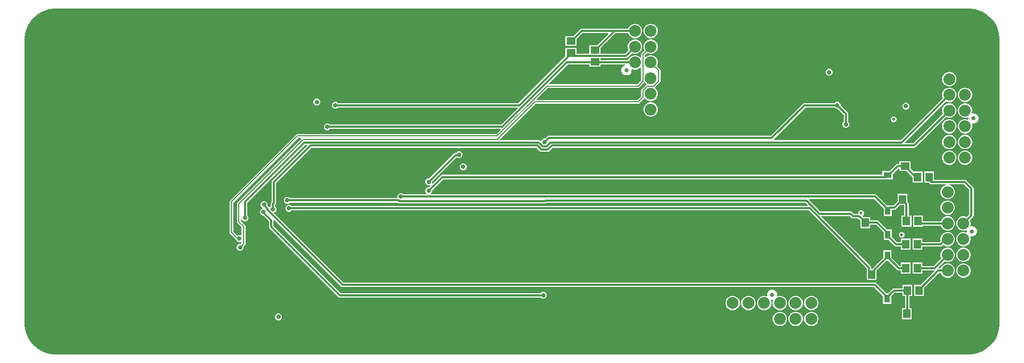
<source format=gbl>
G04*
G04 #@! TF.GenerationSoftware,Altium Limited,Altium Designer,24.3.1 (35)*
G04*
G04 Layer_Physical_Order=4*
G04 Layer_Color=16711680*
%FSLAX44Y44*%
%MOMM*%
G71*
G04*
G04 #@! TF.SameCoordinates,C3A98564-D86C-46C7-A890-955D0AD343B8*
G04*
G04*
G04 #@! TF.FilePolarity,Positive*
G04*
G01*
G75*
%ADD13C,0.2000*%
%ADD17R,0.9000X1.3000*%
%ADD18R,1.3000X0.9000*%
%ADD19R,1.1500X1.3500*%
%ADD20R,1.3500X1.1500*%
%ADD38C,0.3000*%
%ADD40C,7.0000*%
%ADD41C,1.8750*%
%ADD42C,8.0000*%
%ADD43C,0.6750*%
%ADD44C,0.7000*%
%ADD45C,0.5000*%
G36*
X1500000Y550000D02*
X1503277D01*
X1509775Y549144D01*
X1516106Y547448D01*
X1522162Y544940D01*
X1527838Y541663D01*
X1533038Y537673D01*
X1537673Y533038D01*
X1541663Y527838D01*
X1544940Y522162D01*
X1547448Y516106D01*
X1549144Y509775D01*
X1550000Y503277D01*
Y500000D01*
X1550000Y500000D01*
X1550000Y500000D01*
X1550000Y50000D01*
Y46723D01*
X1549144Y40224D01*
X1547448Y33893D01*
X1544940Y27838D01*
X1541663Y22162D01*
X1537673Y16962D01*
X1533038Y12327D01*
X1527838Y8337D01*
X1522162Y5060D01*
X1516106Y2552D01*
X1509775Y856D01*
X1503277Y0D01*
X1500000Y0D01*
X50000Y0D01*
X46723D01*
X40224Y856D01*
X33893Y2552D01*
X27838Y5060D01*
X22162Y8337D01*
X16962Y12327D01*
X12327Y16962D01*
X8337Y22162D01*
X5060Y27838D01*
X2552Y33893D01*
X856Y40224D01*
X0Y46723D01*
X0Y50000D01*
X0Y500000D01*
Y503277D01*
X856Y509775D01*
X2552Y516106D01*
X5060Y522162D01*
X8337Y527838D01*
X12327Y533038D01*
X16962Y537673D01*
X22162Y541663D01*
X27838Y544940D01*
X33893Y547448D01*
X40224Y549144D01*
X46723Y550000D01*
X50000D01*
X50000Y550000D01*
X1500000Y550000D01*
D02*
G37*
%LPC*%
G36*
X996777Y525795D02*
X993783D01*
X990889Y525020D01*
X988296Y523522D01*
X986178Y521404D01*
X984680Y518811D01*
X983905Y515918D01*
Y512923D01*
X984680Y510029D01*
X986178Y507436D01*
X988296Y505318D01*
X990889Y503820D01*
X993783Y503045D01*
X996777D01*
X999671Y503820D01*
X1002264Y505318D01*
X1004382Y507436D01*
X1005880Y510029D01*
X1006655Y512923D01*
Y515918D01*
X1005880Y518811D01*
X1004382Y521404D01*
X1002264Y523522D01*
X999671Y525020D01*
X996777Y525795D01*
D02*
G37*
G36*
X971777D02*
X968783D01*
X965889Y525020D01*
X963296Y523522D01*
X961178Y521404D01*
X959680Y518811D01*
X959460Y517989D01*
X885540D01*
X884174Y517717D01*
X883017Y516943D01*
X872383Y506310D01*
X859930D01*
Y490810D01*
X877430D01*
Y501263D01*
X887018Y510851D01*
X927695D01*
X928181Y509678D01*
X910483Y491980D01*
X898030D01*
Y478549D01*
X877430D01*
Y487810D01*
X859930D01*
Y474538D01*
X785201Y399809D01*
X498240D01*
X497146Y400903D01*
X495124Y401740D01*
X492936D01*
X490914Y400903D01*
X489367Y399356D01*
X488530Y397334D01*
Y395146D01*
X489367Y393125D01*
X490914Y391577D01*
X492936Y390740D01*
X495124D01*
X497146Y391577D01*
X498240Y392671D01*
X783475D01*
X783961Y391498D01*
X757982Y365519D01*
X485540D01*
X484445Y366613D01*
X482424Y367450D01*
X480236D01*
X478214Y366613D01*
X476667Y365065D01*
X475830Y363044D01*
Y360856D01*
X476667Y358834D01*
X478214Y357287D01*
X480236Y356450D01*
X482424D01*
X484445Y357287D01*
X485540Y358381D01*
X756270D01*
X756756Y357208D01*
X750007Y350459D01*
X433760D01*
X433760Y350459D01*
X432589Y350226D01*
X431597Y349563D01*
X431597Y349563D01*
X326767Y244733D01*
X326104Y243741D01*
X325871Y242570D01*
X325871Y242570D01*
Y194310D01*
X325871Y194310D01*
X326104Y193139D01*
X326767Y192147D01*
X336322Y182592D01*
X336967Y181035D01*
X338515Y179487D01*
X340536Y178650D01*
X342724D01*
X343801Y179096D01*
X345071Y178248D01*
Y176677D01*
X344051Y175657D01*
X343994Y175680D01*
X341806D01*
X339785Y174843D01*
X338237Y173295D01*
X337400Y171274D01*
Y169086D01*
X338237Y167064D01*
X339785Y165517D01*
X341806Y164680D01*
X343994D01*
X346016Y165517D01*
X347563Y167064D01*
X348400Y169086D01*
Y171274D01*
X348377Y171331D01*
X350293Y173247D01*
X350956Y174240D01*
X351189Y175410D01*
Y203787D01*
X351189Y203787D01*
X350956Y204958D01*
X350293Y205950D01*
X343999Y212244D01*
Y215223D01*
X345269Y215475D01*
X345857Y214055D01*
X347405Y212507D01*
X349426Y211670D01*
X351614D01*
X353635Y212507D01*
X355183Y214055D01*
X356020Y216076D01*
Y218264D01*
X355183Y220285D01*
X354089Y221380D01*
Y241092D01*
X446558Y333561D01*
X449180D01*
X449666Y332388D01*
X393717Y276439D01*
X392943Y275281D01*
X392671Y273915D01*
Y241894D01*
X392410Y241633D01*
X391637Y240475D01*
X391365Y239110D01*
Y235126D01*
X390360Y234121D01*
X390120Y234033D01*
X388902Y234045D01*
X388523Y234613D01*
X386263Y236872D01*
X386392Y237185D01*
Y239373D01*
X385555Y241394D01*
X384008Y242941D01*
X381986Y243779D01*
X379798D01*
X377777Y242941D01*
X376230Y241394D01*
X375392Y239373D01*
Y237185D01*
X376230Y235163D01*
X377777Y233616D01*
X378600Y233275D01*
X378622Y232520D01*
X378474Y231953D01*
X376614Y231183D01*
X375067Y229636D01*
X374230Y227614D01*
Y225426D01*
X375067Y223405D01*
X376614Y221857D01*
X378636Y221020D01*
X379723D01*
X388861Y211882D01*
Y203200D01*
X389133Y201834D01*
X389907Y200677D01*
X499127Y91457D01*
X500284Y90683D01*
X501650Y90411D01*
X820227D01*
X821321Y89317D01*
X823342Y88480D01*
X825530D01*
X827552Y89317D01*
X829099Y90864D01*
X829936Y92886D01*
Y95074D01*
X829099Y97095D01*
X827552Y98643D01*
X825530Y99480D01*
X823342D01*
X821321Y98643D01*
X820227Y97549D01*
X503128D01*
X395999Y204678D01*
Y213109D01*
X396602Y213513D01*
X397231Y213672D01*
X502937Y107967D01*
X504094Y107193D01*
X505460Y106921D01*
X1349872D01*
X1364440Y92353D01*
Y80400D01*
X1377440D01*
Y92353D01*
X1383118Y98031D01*
X1395240D01*
Y92850D01*
X1399421D01*
Y73520D01*
X1394690D01*
Y56020D01*
X1410190D01*
Y73520D01*
X1406559D01*
Y92850D01*
X1410740D01*
Y110350D01*
X1395240D01*
Y105169D01*
X1381640D01*
X1380274Y104897D01*
X1379117Y104123D01*
X1372393Y97400D01*
X1369487D01*
X1353873Y113013D01*
X1352716Y113787D01*
X1351350Y114059D01*
X506938D01*
X396684Y224313D01*
X396982Y225811D01*
X398049Y226253D01*
X399596Y227801D01*
X400434Y229822D01*
Y232010D01*
X399596Y234032D01*
X398502Y235126D01*
Y237631D01*
X398763Y237893D01*
X399537Y239050D01*
X399809Y240416D01*
Y272437D01*
X455933Y328561D01*
X814011D01*
X819276Y323297D01*
X820434Y322523D01*
X821799Y322251D01*
X831740D01*
X833106Y322523D01*
X834264Y323297D01*
X839529Y328561D01*
X1414100D01*
X1415466Y328833D01*
X1416623Y329607D01*
X1464662Y377646D01*
X1465399Y377220D01*
X1468293Y376445D01*
X1471288D01*
X1474181Y377220D01*
X1476774Y378718D01*
X1478892Y380836D01*
X1480390Y383429D01*
X1481165Y386323D01*
Y389318D01*
X1480390Y392211D01*
X1478892Y394804D01*
X1476774Y396922D01*
X1474181Y398420D01*
X1471288Y399195D01*
X1468293D01*
X1465399Y398420D01*
X1462806Y396922D01*
X1460688Y394804D01*
X1459190Y392211D01*
X1458415Y389318D01*
Y386323D01*
X1459190Y383429D01*
X1459616Y382692D01*
X1412622Y335699D01*
X1399375D01*
X1398889Y336872D01*
X1464662Y402646D01*
X1465399Y402220D01*
X1468293Y401445D01*
X1471288D01*
X1474181Y402220D01*
X1476774Y403718D01*
X1478892Y405836D01*
X1480390Y408429D01*
X1481165Y411323D01*
Y414318D01*
X1480390Y417211D01*
X1478892Y419804D01*
X1476774Y421922D01*
X1474181Y423420D01*
X1471288Y424195D01*
X1468293D01*
X1465399Y423420D01*
X1462806Y421922D01*
X1460688Y419804D01*
X1459190Y417211D01*
X1458415Y414318D01*
Y411323D01*
X1459190Y408429D01*
X1459616Y407692D01*
X1392622Y340699D01*
X1190751D01*
X1190750Y340700D01*
X1190295Y341969D01*
X1240998Y392671D01*
X1287380D01*
X1288474Y391577D01*
X1290496Y390740D01*
X1292043D01*
X1301991Y380792D01*
Y369970D01*
X1300897Y368876D01*
X1300060Y366854D01*
Y364666D01*
X1300897Y362645D01*
X1302444Y361097D01*
X1304466Y360260D01*
X1306654D01*
X1308676Y361097D01*
X1310223Y362645D01*
X1311060Y364666D01*
Y366854D01*
X1310223Y368876D01*
X1309129Y369970D01*
Y382270D01*
X1308857Y383636D01*
X1308083Y384793D01*
X1297090Y395787D01*
Y397334D01*
X1296253Y399356D01*
X1294706Y400903D01*
X1292684Y401740D01*
X1290496D01*
X1288474Y400903D01*
X1287380Y399809D01*
X1239520D01*
X1238154Y399537D01*
X1236997Y398763D01*
X1185972Y347739D01*
X833120D01*
X831754Y347467D01*
X830597Y346693D01*
X827223Y343320D01*
X825676D01*
X823654Y342483D01*
X822107Y340936D01*
X821665Y339868D01*
X820167Y339570D01*
X820084Y339653D01*
X818926Y340427D01*
X817561Y340699D01*
X756215D01*
X755729Y341872D01*
X812593Y398736D01*
X975156D01*
X975156Y398736D01*
X976326Y398969D01*
X977319Y399632D01*
X984862Y407175D01*
X985392Y407280D01*
X986437Y407176D01*
X988296Y405318D01*
X990889Y403820D01*
X993783Y403045D01*
X996777D01*
X999671Y403820D01*
X1002264Y405318D01*
X1004382Y407436D01*
X1005880Y410029D01*
X1006655Y412923D01*
Y415918D01*
X1005880Y418811D01*
X1004382Y421404D01*
X1002512Y423275D01*
X1002418Y424582D01*
X1002420Y424590D01*
X1002525Y424838D01*
X1009818Y432131D01*
X1010481Y433124D01*
X1010714Y434294D01*
X1010714Y434294D01*
Y452045D01*
X1010714Y452045D01*
X1010481Y453215D01*
X1009818Y454208D01*
X1005190Y458835D01*
X1005880Y460029D01*
X1006655Y462923D01*
Y465918D01*
X1005880Y468811D01*
X1004382Y471404D01*
X1002264Y473522D01*
X999671Y475020D01*
X996777Y475795D01*
X993783D01*
X990889Y475020D01*
X988296Y473522D01*
X987234Y472460D01*
X985964Y472986D01*
Y475778D01*
X989695Y479510D01*
X990889Y478820D01*
X993783Y478045D01*
X996777D01*
X999671Y478820D01*
X1002264Y480318D01*
X1004382Y482436D01*
X1005880Y485029D01*
X1006655Y487923D01*
Y490918D01*
X1005880Y493811D01*
X1004382Y496404D01*
X1002264Y498522D01*
X999671Y500020D01*
X996777Y500795D01*
X993783D01*
X990889Y500020D01*
X988296Y498522D01*
X986178Y496404D01*
X984680Y493811D01*
X983905Y490918D01*
Y487923D01*
X984680Y485029D01*
X985370Y483835D01*
X980742Y479208D01*
X980079Y478215D01*
X979846Y477045D01*
X979846Y477045D01*
Y472737D01*
X978576Y472210D01*
X977264Y473522D01*
X974671Y475020D01*
X971777Y475795D01*
X968783D01*
X965889Y475020D01*
X963296Y473522D01*
X961178Y471404D01*
X959680Y468811D01*
X959460Y467989D01*
X915530D01*
Y471411D01*
X955840D01*
X957206Y471683D01*
X958363Y472457D01*
X965152Y479246D01*
X965889Y478820D01*
X968783Y478045D01*
X971777D01*
X974671Y478820D01*
X977264Y480318D01*
X979382Y482436D01*
X980880Y485029D01*
X981655Y487923D01*
Y490918D01*
X980880Y493811D01*
X979382Y496404D01*
X977264Y498522D01*
X974671Y500020D01*
X971777Y500795D01*
X968783D01*
X965889Y500020D01*
X963296Y498522D01*
X961178Y496404D01*
X959680Y493811D01*
X958905Y490918D01*
Y487923D01*
X959680Y485029D01*
X960106Y484292D01*
X954362Y478549D01*
X915530D01*
Y486933D01*
X939448Y510851D01*
X959460D01*
X959680Y510029D01*
X961178Y507436D01*
X963296Y505318D01*
X965889Y503820D01*
X968783Y503045D01*
X971777D01*
X974671Y503820D01*
X977264Y505318D01*
X979382Y507436D01*
X980880Y510029D01*
X981655Y512923D01*
Y515918D01*
X980880Y518811D01*
X979382Y521404D01*
X977264Y523522D01*
X974671Y525020D01*
X971777Y525795D01*
D02*
G37*
G36*
X1279984Y454170D02*
X1277796D01*
X1275775Y453333D01*
X1274227Y451786D01*
X1273390Y449764D01*
Y447576D01*
X1274227Y445555D01*
X1275775Y444007D01*
X1277796Y443170D01*
X1279984D01*
X1282005Y444007D01*
X1283553Y445555D01*
X1284390Y447576D01*
Y449764D01*
X1283553Y451786D01*
X1282005Y453333D01*
X1279984Y454170D01*
D02*
G37*
G36*
X1471288Y449195D02*
X1468293D01*
X1465399Y448420D01*
X1462806Y446922D01*
X1460688Y444804D01*
X1459190Y442211D01*
X1458415Y439318D01*
Y436323D01*
X1459190Y433429D01*
X1460688Y430836D01*
X1462806Y428718D01*
X1465399Y427220D01*
X1468293Y426445D01*
X1471288D01*
X1474181Y427220D01*
X1476774Y428718D01*
X1478892Y430836D01*
X1480390Y433429D01*
X1481165Y436323D01*
Y439318D01*
X1480390Y442211D01*
X1478892Y444804D01*
X1476774Y446922D01*
X1474181Y448420D01*
X1471288Y449195D01*
D02*
G37*
G36*
X1496288Y424195D02*
X1493293D01*
X1490399Y423420D01*
X1487806Y421922D01*
X1485688Y419804D01*
X1484190Y417211D01*
X1483415Y414318D01*
Y411323D01*
X1484190Y408429D01*
X1485688Y405836D01*
X1487806Y403718D01*
X1490399Y402220D01*
X1493293Y401445D01*
X1496288D01*
X1499181Y402220D01*
X1501774Y403718D01*
X1503892Y405836D01*
X1505390Y408429D01*
X1506165Y411323D01*
Y414318D01*
X1505390Y417211D01*
X1503892Y419804D01*
X1501774Y421922D01*
X1499181Y423420D01*
X1496288Y424195D01*
D02*
G37*
G36*
X465914Y406820D02*
X463726D01*
X461704Y405983D01*
X460157Y404436D01*
X459320Y402414D01*
Y400226D01*
X460157Y398204D01*
X461704Y396657D01*
X463726Y395820D01*
X465914D01*
X467935Y396657D01*
X469483Y398204D01*
X470320Y400226D01*
Y402414D01*
X469483Y404436D01*
X467935Y405983D01*
X465914Y406820D01*
D02*
G37*
G36*
X1401904Y400470D02*
X1399716D01*
X1397695Y399633D01*
X1396147Y398086D01*
X1395310Y396064D01*
Y393876D01*
X1396147Y391855D01*
X1397695Y390307D01*
X1399716Y389470D01*
X1401904D01*
X1403925Y390307D01*
X1405473Y391855D01*
X1406310Y393876D01*
Y396064D01*
X1405473Y398086D01*
X1403925Y399633D01*
X1401904Y400470D01*
D02*
G37*
G36*
X996777Y400795D02*
X993783D01*
X990889Y400020D01*
X988296Y398522D01*
X986178Y396404D01*
X984680Y393811D01*
X983905Y390918D01*
Y387923D01*
X984680Y385029D01*
X986178Y382436D01*
X988296Y380318D01*
X990889Y378820D01*
X993783Y378045D01*
X996777D01*
X999671Y378820D01*
X1002264Y380318D01*
X1004382Y382436D01*
X1005880Y385029D01*
X1006655Y387923D01*
Y390918D01*
X1005880Y393811D01*
X1004382Y396404D01*
X1002264Y398522D01*
X999671Y400020D01*
X996777Y400795D01*
D02*
G37*
G36*
X1496288Y399195D02*
X1493293D01*
X1490399Y398420D01*
X1487806Y396922D01*
X1485688Y394804D01*
X1484190Y392211D01*
X1483415Y389318D01*
Y386323D01*
X1484190Y383429D01*
X1485688Y380836D01*
X1487806Y378718D01*
X1490399Y377220D01*
X1493293Y376445D01*
X1496288D01*
X1499096Y377198D01*
X1499698Y376858D01*
X1500214Y376462D01*
X1500190Y376373D01*
Y374267D01*
X1500214Y374178D01*
X1499698Y373782D01*
X1499096Y373442D01*
X1496288Y374195D01*
X1493293D01*
X1490399Y373420D01*
X1487806Y371922D01*
X1485688Y369804D01*
X1484190Y367211D01*
X1483415Y364318D01*
Y361323D01*
X1484190Y358429D01*
X1485688Y355836D01*
X1487806Y353718D01*
X1490399Y352220D01*
X1493293Y351445D01*
X1496288D01*
X1499181Y352220D01*
X1501774Y353718D01*
X1503892Y355836D01*
X1505390Y358429D01*
X1506165Y361323D01*
Y364318D01*
X1505603Y366416D01*
X1506640Y367453D01*
X1507137Y367320D01*
X1509243D01*
X1511278Y367865D01*
X1513102Y368918D01*
X1514592Y370408D01*
X1515645Y372232D01*
X1516190Y374267D01*
Y376373D01*
X1515645Y378408D01*
X1514592Y380232D01*
X1513102Y381722D01*
X1511278Y382775D01*
X1509243Y383320D01*
X1507137D01*
X1506640Y383187D01*
X1505603Y384224D01*
X1506165Y386323D01*
Y389318D01*
X1505390Y392211D01*
X1503892Y394804D01*
X1501774Y396922D01*
X1499181Y398420D01*
X1496288Y399195D01*
D02*
G37*
G36*
X1382295Y378240D02*
X1380505D01*
X1378851Y377555D01*
X1377585Y376289D01*
X1376900Y374635D01*
Y372845D01*
X1377585Y371191D01*
X1378851Y369925D01*
X1380505Y369240D01*
X1382295D01*
X1383949Y369925D01*
X1385215Y371191D01*
X1385900Y372845D01*
Y374635D01*
X1385215Y376289D01*
X1383949Y377555D01*
X1382295Y378240D01*
D02*
G37*
G36*
X1471288Y374195D02*
X1468293D01*
X1465399Y373420D01*
X1462806Y371922D01*
X1460688Y369804D01*
X1459190Y367211D01*
X1458415Y364318D01*
Y361323D01*
X1459190Y358429D01*
X1460688Y355836D01*
X1462806Y353718D01*
X1465399Y352220D01*
X1468293Y351445D01*
X1471288D01*
X1474181Y352220D01*
X1476774Y353718D01*
X1478892Y355836D01*
X1480390Y358429D01*
X1481165Y361323D01*
Y364318D01*
X1480390Y367211D01*
X1478892Y369804D01*
X1476774Y371922D01*
X1474181Y373420D01*
X1471288Y374195D01*
D02*
G37*
G36*
X1496288Y349195D02*
X1493293D01*
X1490399Y348420D01*
X1487806Y346922D01*
X1485688Y344804D01*
X1484190Y342211D01*
X1483415Y339318D01*
Y336323D01*
X1484190Y333429D01*
X1485688Y330836D01*
X1487806Y328718D01*
X1490399Y327220D01*
X1493293Y326445D01*
X1496288D01*
X1499181Y327220D01*
X1501774Y328718D01*
X1503892Y330836D01*
X1505390Y333429D01*
X1506165Y336323D01*
Y339318D01*
X1505390Y342211D01*
X1503892Y344804D01*
X1501774Y346922D01*
X1499181Y348420D01*
X1496288Y349195D01*
D02*
G37*
G36*
X1471288D02*
X1468293D01*
X1465399Y348420D01*
X1462806Y346922D01*
X1460688Y344804D01*
X1459190Y342211D01*
X1458415Y339318D01*
Y336323D01*
X1459190Y333429D01*
X1460688Y330836D01*
X1462806Y328718D01*
X1465399Y327220D01*
X1468293Y326445D01*
X1471288D01*
X1474181Y327220D01*
X1476774Y328718D01*
X1478892Y330836D01*
X1480390Y333429D01*
X1481165Y336323D01*
Y339318D01*
X1480390Y342211D01*
X1478892Y344804D01*
X1476774Y346922D01*
X1474181Y348420D01*
X1471288Y349195D01*
D02*
G37*
G36*
X691974Y323000D02*
X689786D01*
X687765Y322163D01*
X686217Y320616D01*
X686088Y320303D01*
X685035D01*
X683669Y320032D01*
X682511Y319258D01*
X643073Y279820D01*
X641526D01*
X639505Y278983D01*
X637957Y277435D01*
X637120Y275414D01*
Y273226D01*
X637957Y271204D01*
X639505Y269657D01*
X641526Y268820D01*
X643714D01*
X644624Y269197D01*
X645344Y268120D01*
X643073Y265850D01*
X641526D01*
X639505Y265013D01*
X637957Y263465D01*
X637120Y261444D01*
Y259256D01*
X637957Y257234D01*
X639505Y255687D01*
X639526Y255679D01*
X639273Y254409D01*
X602380D01*
X601286Y255503D01*
X599264Y256340D01*
X597076D01*
X595055Y255503D01*
X593507Y253955D01*
X592670Y251934D01*
Y249746D01*
X592729Y249604D01*
X592023Y248548D01*
X421909D01*
X420815Y249642D01*
X418794Y250480D01*
X416606D01*
X414584Y249642D01*
X413037Y248095D01*
X412200Y246074D01*
Y243886D01*
X413037Y241864D01*
X414584Y240317D01*
X416606Y239480D01*
X418794D01*
X420815Y240317D01*
X421909Y241411D01*
X592653D01*
X592747Y241317D01*
X593905Y240543D01*
X595271Y240271D01*
X827382D01*
X828747Y240543D01*
X829194Y240841D01*
X1241598D01*
X1245288Y237152D01*
X1244802Y235979D01*
X424580D01*
X423485Y237073D01*
X421464Y237910D01*
X419276D01*
X417254Y237073D01*
X415707Y235525D01*
X414870Y233504D01*
Y231316D01*
X415707Y229294D01*
X417254Y227747D01*
X419276Y226910D01*
X421464D01*
X423485Y227747D01*
X424580Y228841D01*
X1246527D01*
X1338741Y136627D01*
Y131250D01*
X1338810Y130905D01*
Y118250D01*
X1354310D01*
Y130905D01*
X1354379Y131250D01*
Y133212D01*
X1370147Y148980D01*
X1373053D01*
X1387397Y134637D01*
X1388554Y133863D01*
X1389920Y133591D01*
X1392700D01*
Y128410D01*
X1408200D01*
Y145910D01*
X1392700D01*
Y140729D01*
X1391398D01*
X1378100Y154027D01*
Y165980D01*
X1365100D01*
Y154027D01*
X1348287Y137213D01*
X1347513Y136056D01*
X1347452Y135750D01*
X1345879D01*
Y138105D01*
X1345607Y139471D01*
X1344833Y140629D01*
X1266556Y218906D01*
X1267042Y220079D01*
X1311574D01*
X1314377Y217277D01*
X1315534Y216503D01*
X1316900Y216231D01*
X1323639D01*
X1324744Y215493D01*
X1326110Y215221D01*
X1326682D01*
X1328650Y213253D01*
Y200800D01*
X1344150D01*
Y205981D01*
X1353682D01*
X1365710Y193953D01*
Y182000D01*
X1373663D01*
X1382927Y172737D01*
X1384084Y171963D01*
X1385450Y171691D01*
X1392700D01*
Y166510D01*
X1408200D01*
Y184010D01*
X1392700D01*
Y178829D01*
X1386928D01*
X1378710Y187047D01*
Y199000D01*
X1370757D01*
X1357683Y212073D01*
X1356526Y212847D01*
X1355160Y213119D01*
X1344150D01*
Y218300D01*
X1333697D01*
X1332202Y219795D01*
X1332425Y220981D01*
X1333685Y222241D01*
X1334370Y223895D01*
Y225685D01*
X1333685Y227339D01*
X1332419Y228605D01*
X1330765Y229290D01*
X1328975D01*
X1327321Y228605D01*
X1326055Y227339D01*
X1325370Y225685D01*
Y224610D01*
X1325197Y223816D01*
X1324213Y223369D01*
X1318378D01*
X1315576Y226171D01*
X1314418Y226945D01*
X1313053Y227216D01*
X1265317D01*
X1246532Y246001D01*
X1247058Y247271D01*
X1350492D01*
X1365710Y232053D01*
Y220100D01*
X1378710D01*
Y230031D01*
X1382590D01*
X1383956Y230303D01*
X1385113Y231077D01*
X1391667Y237630D01*
X1398073D01*
X1398151Y237552D01*
Y220840D01*
X1393970D01*
Y203340D01*
X1409470D01*
Y220840D01*
X1405289D01*
Y239030D01*
X1405017Y240396D01*
X1404243Y241553D01*
X1403120Y242677D01*
Y255130D01*
X1387620D01*
Y243669D01*
X1387597Y243653D01*
X1381112Y237169D01*
X1375210D01*
X1374865Y237100D01*
X1370757D01*
X1354493Y253363D01*
X1353336Y254137D01*
X1351970Y254409D01*
X645967D01*
X645714Y255679D01*
X645735Y255687D01*
X647283Y257234D01*
X648120Y259256D01*
Y260803D01*
X665838Y278521D01*
X1368600D01*
X1368945Y278590D01*
X1380100D01*
Y286543D01*
X1389348Y295791D01*
X1390790D01*
Y291610D01*
X1402071D01*
X1402267Y291317D01*
X1411750Y281833D01*
Y273190D01*
X1427250D01*
Y290690D01*
X1412987D01*
X1408307Y295370D01*
X1408290Y295455D01*
Y307110D01*
X1390790D01*
Y302929D01*
X1387870D01*
X1386504Y302657D01*
X1385347Y301883D01*
X1375053Y291590D01*
X1363100D01*
Y285658D01*
X664360D01*
X662994Y285387D01*
X661837Y284613D01*
X648820Y271596D01*
X647743Y272316D01*
X648120Y273226D01*
Y274773D01*
X686513Y313166D01*
X687436D01*
X687765Y312837D01*
X689786Y312000D01*
X691974D01*
X693996Y312837D01*
X695543Y314384D01*
X696380Y316406D01*
Y318594D01*
X695543Y320616D01*
X693996Y322163D01*
X691974Y323000D01*
D02*
G37*
G36*
X1496288Y324195D02*
X1493293D01*
X1490399Y323420D01*
X1487806Y321922D01*
X1485688Y319804D01*
X1484190Y317211D01*
X1483415Y314317D01*
Y311322D01*
X1484190Y308429D01*
X1485688Y305836D01*
X1487806Y303718D01*
X1490399Y302220D01*
X1493293Y301445D01*
X1496288D01*
X1499181Y302220D01*
X1501774Y303718D01*
X1503892Y305836D01*
X1505390Y308429D01*
X1506165Y311322D01*
Y314317D01*
X1505390Y317211D01*
X1503892Y319804D01*
X1501774Y321922D01*
X1499181Y323420D01*
X1496288Y324195D01*
D02*
G37*
G36*
X1471288D02*
X1468293D01*
X1465399Y323420D01*
X1462806Y321922D01*
X1460688Y319804D01*
X1459190Y317211D01*
X1458415Y314317D01*
Y311322D01*
X1459190Y308429D01*
X1460688Y305836D01*
X1462806Y303718D01*
X1465399Y302220D01*
X1468293Y301445D01*
X1471288D01*
X1474181Y302220D01*
X1476774Y303718D01*
X1478892Y305836D01*
X1480390Y308429D01*
X1481165Y311322D01*
Y314317D01*
X1480390Y317211D01*
X1478892Y319804D01*
X1476774Y321922D01*
X1474181Y323420D01*
X1471288Y324195D01*
D02*
G37*
G36*
X698324Y303950D02*
X696136D01*
X694115Y303113D01*
X692567Y301565D01*
X691730Y299544D01*
Y297356D01*
X692567Y295334D01*
X694115Y293787D01*
X696136Y292950D01*
X698324D01*
X700346Y293787D01*
X701893Y295334D01*
X702730Y297356D01*
Y299544D01*
X701893Y301565D01*
X700346Y303113D01*
X698324Y303950D01*
D02*
G37*
G36*
X1468748Y244655D02*
X1465753D01*
X1462859Y243880D01*
X1460266Y242382D01*
X1458148Y240264D01*
X1456650Y237671D01*
X1455875Y234778D01*
Y231782D01*
X1456650Y228889D01*
X1458148Y226296D01*
X1460266Y224178D01*
X1462859Y222680D01*
X1465753Y221905D01*
X1468748D01*
X1471641Y222680D01*
X1474234Y224178D01*
X1476352Y226296D01*
X1477850Y228889D01*
X1478625Y231782D01*
Y234778D01*
X1477850Y237671D01*
X1476352Y240264D01*
X1474234Y242382D01*
X1471641Y243880D01*
X1468748Y244655D01*
D02*
G37*
G36*
X1445750Y290690D02*
X1430250D01*
Y273190D01*
X1436893D01*
X1438457Y271627D01*
X1439614Y270853D01*
X1440980Y270581D01*
X1464303D01*
X1464470Y269311D01*
X1462859Y268880D01*
X1460266Y267382D01*
X1458148Y265264D01*
X1456650Y262671D01*
X1455875Y259778D01*
Y256782D01*
X1456650Y253889D01*
X1458148Y251296D01*
X1460266Y249178D01*
X1462859Y247680D01*
X1465753Y246905D01*
X1468748D01*
X1471641Y247680D01*
X1474234Y249178D01*
X1476352Y251296D01*
X1477850Y253889D01*
X1478625Y256782D01*
Y259778D01*
X1477850Y262671D01*
X1476352Y265264D01*
X1474234Y267382D01*
X1471641Y268880D01*
X1470030Y269311D01*
X1470197Y270581D01*
X1493110D01*
X1501556Y262135D01*
Y222633D01*
X1497378Y218454D01*
X1496641Y218880D01*
X1493748Y219655D01*
X1490753D01*
X1487859Y218880D01*
X1485266Y217382D01*
X1483148Y215264D01*
X1481650Y212671D01*
X1480875Y209778D01*
Y206782D01*
X1481650Y203889D01*
X1483148Y201296D01*
X1485266Y199178D01*
X1487859Y197680D01*
X1490753Y196905D01*
X1493748D01*
X1496556Y197658D01*
X1497158Y197318D01*
X1497674Y196922D01*
X1497650Y196833D01*
Y194727D01*
X1497674Y194638D01*
X1497158Y194242D01*
X1496556Y193902D01*
X1493748Y194655D01*
X1490753D01*
X1487859Y193880D01*
X1485266Y192382D01*
X1483148Y190264D01*
X1481650Y187671D01*
X1480875Y184778D01*
Y181782D01*
X1481650Y178889D01*
X1483148Y176296D01*
X1485266Y174178D01*
X1487859Y172680D01*
X1490753Y171905D01*
X1493748D01*
X1496641Y172680D01*
X1499234Y174178D01*
X1501352Y176296D01*
X1502850Y178889D01*
X1503625Y181782D01*
Y184778D01*
X1503063Y186876D01*
X1504100Y187913D01*
X1504597Y187780D01*
X1506703D01*
X1508738Y188325D01*
X1510562Y189378D01*
X1512052Y190868D01*
X1513105Y192692D01*
X1513650Y194727D01*
Y196833D01*
X1513105Y198868D01*
X1512052Y200692D01*
X1510562Y202182D01*
X1508738Y203235D01*
X1506703Y203780D01*
X1504597D01*
X1504100Y203647D01*
X1503063Y204684D01*
X1503625Y206782D01*
Y209778D01*
X1502850Y212671D01*
X1502424Y213408D01*
X1507648Y218632D01*
X1508422Y219789D01*
X1508694Y221155D01*
Y263613D01*
X1508422Y264979D01*
X1507648Y266136D01*
X1497111Y276673D01*
X1495954Y277447D01*
X1494588Y277719D01*
X1445750D01*
Y290690D01*
D02*
G37*
G36*
X1427970Y220840D02*
X1412470D01*
Y203340D01*
X1427970D01*
Y204711D01*
X1456430D01*
X1456650Y203889D01*
X1458148Y201296D01*
X1460266Y199178D01*
X1462859Y197680D01*
X1465753Y196905D01*
X1468748D01*
X1471641Y197680D01*
X1474234Y199178D01*
X1476352Y201296D01*
X1477850Y203889D01*
X1478625Y206782D01*
Y209778D01*
X1477850Y212671D01*
X1476352Y215264D01*
X1474234Y217382D01*
X1471641Y218880D01*
X1468748Y219655D01*
X1465753D01*
X1462859Y218880D01*
X1460266Y217382D01*
X1458148Y215264D01*
X1456650Y212671D01*
X1456430Y211849D01*
X1427970D01*
Y220840D01*
D02*
G37*
G36*
X1395075Y194720D02*
X1393285D01*
X1391631Y194035D01*
X1390365Y192769D01*
X1389680Y191115D01*
Y189325D01*
X1390365Y187671D01*
X1391631Y186405D01*
X1393285Y185720D01*
X1395075D01*
X1396729Y186405D01*
X1397995Y187671D01*
X1398680Y189325D01*
Y191115D01*
X1397995Y192769D01*
X1396729Y194035D01*
X1395075Y194720D01*
D02*
G37*
G36*
X1468748Y194655D02*
X1465753D01*
X1462859Y193880D01*
X1460266Y192382D01*
X1458148Y190264D01*
X1456650Y187671D01*
X1455875Y184778D01*
Y181782D01*
X1456139Y180798D01*
X1454170Y178829D01*
X1426700D01*
Y184010D01*
X1411200D01*
Y166510D01*
X1426700D01*
Y171691D01*
X1455648D01*
X1457013Y171963D01*
X1458171Y172737D01*
X1459939Y174504D01*
X1460266Y174178D01*
X1462859Y172680D01*
X1465753Y171905D01*
X1468748D01*
X1471641Y172680D01*
X1474234Y174178D01*
X1476352Y176296D01*
X1477850Y178889D01*
X1478625Y181782D01*
Y184778D01*
X1477850Y187671D01*
X1476352Y190264D01*
X1474234Y192382D01*
X1471641Y193880D01*
X1468748Y194655D01*
D02*
G37*
G36*
X1493748Y169655D02*
X1490753D01*
X1487859Y168880D01*
X1485266Y167382D01*
X1483148Y165264D01*
X1481650Y162671D01*
X1480875Y159777D01*
Y156783D01*
X1481650Y153889D01*
X1483148Y151296D01*
X1485266Y149178D01*
X1487859Y147680D01*
X1490753Y146905D01*
X1493748D01*
X1496641Y147680D01*
X1499234Y149178D01*
X1501352Y151296D01*
X1502850Y153889D01*
X1503625Y156783D01*
Y159777D01*
X1502850Y162671D01*
X1501352Y165264D01*
X1499234Y167382D01*
X1496641Y168880D01*
X1493748Y169655D01*
D02*
G37*
G36*
X1468748D02*
X1465753D01*
X1462859Y168880D01*
X1460266Y167382D01*
X1458148Y165264D01*
X1456650Y162671D01*
X1455875Y159777D01*
Y156783D01*
X1456650Y153889D01*
X1457076Y153152D01*
X1444652Y140729D01*
X1426700D01*
Y145910D01*
X1411200D01*
Y128410D01*
X1426700D01*
Y133591D01*
X1445639D01*
X1446189Y132346D01*
X1424193Y110350D01*
X1413740D01*
Y92850D01*
X1429240D01*
Y105303D01*
X1453648Y129711D01*
X1456430D01*
X1456650Y128889D01*
X1458148Y126296D01*
X1460266Y124178D01*
X1462859Y122680D01*
X1465753Y121905D01*
X1468748D01*
X1471641Y122680D01*
X1474234Y124178D01*
X1476352Y126296D01*
X1477850Y128889D01*
X1478625Y131783D01*
Y134777D01*
X1477850Y137671D01*
X1476352Y140264D01*
X1474234Y142382D01*
X1471641Y143880D01*
X1468748Y144655D01*
X1465753D01*
X1462859Y143880D01*
X1460266Y142382D01*
X1458148Y140264D01*
X1456650Y137671D01*
X1456430Y136849D01*
X1452661D01*
X1452111Y138094D01*
X1462122Y148106D01*
X1462859Y147680D01*
X1465753Y146905D01*
X1468748D01*
X1471641Y147680D01*
X1474234Y149178D01*
X1476352Y151296D01*
X1477850Y153889D01*
X1478625Y156783D01*
Y159777D01*
X1477850Y162671D01*
X1476352Y165264D01*
X1474234Y167382D01*
X1471641Y168880D01*
X1468748Y169655D01*
D02*
G37*
G36*
X1493748Y144655D02*
X1490753D01*
X1487859Y143880D01*
X1485266Y142382D01*
X1483148Y140264D01*
X1481650Y137671D01*
X1480875Y134777D01*
Y131783D01*
X1481650Y128889D01*
X1483148Y126296D01*
X1485266Y124178D01*
X1487859Y122680D01*
X1490753Y121905D01*
X1493748D01*
X1496641Y122680D01*
X1499234Y124178D01*
X1501352Y126296D01*
X1502850Y128889D01*
X1503625Y131783D01*
Y134777D01*
X1502850Y137671D01*
X1501352Y140264D01*
X1499234Y142382D01*
X1496641Y143880D01*
X1493748Y144655D01*
D02*
G37*
G36*
X1189173Y102900D02*
X1187067D01*
X1185032Y102355D01*
X1183208Y101302D01*
X1181718Y99812D01*
X1180665Y97988D01*
X1180120Y95953D01*
Y93847D01*
X1180253Y93350D01*
X1179216Y92313D01*
X1177117Y92875D01*
X1174122D01*
X1171229Y92100D01*
X1168636Y90602D01*
X1166518Y88484D01*
X1165020Y85891D01*
X1164245Y82998D01*
Y80002D01*
X1165020Y77109D01*
X1166518Y74516D01*
X1168636Y72398D01*
X1171229Y70900D01*
X1174122Y70125D01*
X1177117D01*
X1180011Y70900D01*
X1182604Y72398D01*
X1184722Y74516D01*
X1186220Y77109D01*
X1186995Y80002D01*
Y82998D01*
X1186242Y85806D01*
X1186582Y86408D01*
X1186978Y86924D01*
X1187067Y86900D01*
X1189173D01*
X1189262Y86924D01*
X1189658Y86408D01*
X1189998Y85806D01*
X1189245Y82998D01*
Y80002D01*
X1190020Y77109D01*
X1191518Y74516D01*
X1193636Y72398D01*
X1196229Y70900D01*
X1199122Y70125D01*
X1202117D01*
X1205011Y70900D01*
X1207604Y72398D01*
X1209722Y74516D01*
X1211220Y77109D01*
X1211995Y80002D01*
Y82998D01*
X1211220Y85891D01*
X1209722Y88484D01*
X1207604Y90602D01*
X1205011Y92100D01*
X1202117Y92875D01*
X1199122D01*
X1197024Y92313D01*
X1195987Y93350D01*
X1196120Y93847D01*
Y95953D01*
X1195575Y97988D01*
X1194522Y99812D01*
X1193032Y101302D01*
X1191208Y102355D01*
X1189173Y102900D01*
D02*
G37*
G36*
X1252117Y92875D02*
X1249122D01*
X1246229Y92100D01*
X1243636Y90602D01*
X1241518Y88484D01*
X1240020Y85891D01*
X1239245Y82998D01*
Y80002D01*
X1240020Y77109D01*
X1241518Y74516D01*
X1243636Y72398D01*
X1246229Y70900D01*
X1249122Y70125D01*
X1252117D01*
X1255011Y70900D01*
X1257604Y72398D01*
X1259722Y74516D01*
X1261220Y77109D01*
X1261995Y80002D01*
Y82998D01*
X1261220Y85891D01*
X1259722Y88484D01*
X1257604Y90602D01*
X1255011Y92100D01*
X1252117Y92875D01*
D02*
G37*
G36*
X1227117D02*
X1224122D01*
X1221229Y92100D01*
X1218636Y90602D01*
X1216518Y88484D01*
X1215020Y85891D01*
X1214245Y82998D01*
Y80002D01*
X1215020Y77109D01*
X1216518Y74516D01*
X1218636Y72398D01*
X1221229Y70900D01*
X1224122Y70125D01*
X1227117D01*
X1230011Y70900D01*
X1232604Y72398D01*
X1234722Y74516D01*
X1236220Y77109D01*
X1236995Y80002D01*
Y82998D01*
X1236220Y85891D01*
X1234722Y88484D01*
X1232604Y90602D01*
X1230011Y92100D01*
X1227117Y92875D01*
D02*
G37*
G36*
X1152117D02*
X1149122D01*
X1146229Y92100D01*
X1143636Y90602D01*
X1141518Y88484D01*
X1140020Y85891D01*
X1139245Y82998D01*
Y80002D01*
X1140020Y77109D01*
X1141518Y74516D01*
X1143636Y72398D01*
X1146229Y70900D01*
X1149122Y70125D01*
X1152117D01*
X1155011Y70900D01*
X1157604Y72398D01*
X1159722Y74516D01*
X1161220Y77109D01*
X1161995Y80002D01*
Y82998D01*
X1161220Y85891D01*
X1159722Y88484D01*
X1157604Y90602D01*
X1155011Y92100D01*
X1152117Y92875D01*
D02*
G37*
G36*
X1127117D02*
X1124122D01*
X1121229Y92100D01*
X1118636Y90602D01*
X1116518Y88484D01*
X1115020Y85891D01*
X1114245Y82998D01*
Y80002D01*
X1115020Y77109D01*
X1116518Y74516D01*
X1118636Y72398D01*
X1121229Y70900D01*
X1124122Y70125D01*
X1127117D01*
X1130011Y70900D01*
X1132604Y72398D01*
X1134722Y74516D01*
X1136220Y77109D01*
X1136995Y80002D01*
Y82998D01*
X1136220Y85891D01*
X1134722Y88484D01*
X1132604Y90602D01*
X1130011Y92100D01*
X1127117Y92875D01*
D02*
G37*
G36*
X404954Y65190D02*
X402766D01*
X400745Y64353D01*
X399197Y62806D01*
X398360Y60784D01*
Y58596D01*
X399197Y56575D01*
X400745Y55027D01*
X402766Y54190D01*
X404954D01*
X406976Y55027D01*
X408523Y56575D01*
X409360Y58596D01*
Y60784D01*
X408523Y62806D01*
X406976Y64353D01*
X404954Y65190D01*
D02*
G37*
G36*
X1252117Y67875D02*
X1249122D01*
X1246229Y67100D01*
X1243636Y65602D01*
X1241518Y63484D01*
X1240020Y60891D01*
X1239245Y57997D01*
Y55002D01*
X1240020Y52109D01*
X1241518Y49516D01*
X1243636Y47398D01*
X1246229Y45900D01*
X1249122Y45125D01*
X1252117D01*
X1255011Y45900D01*
X1257604Y47398D01*
X1259722Y49516D01*
X1261220Y52109D01*
X1261995Y55002D01*
Y57997D01*
X1261220Y60891D01*
X1259722Y63484D01*
X1257604Y65602D01*
X1255011Y67100D01*
X1252117Y67875D01*
D02*
G37*
G36*
X1227117D02*
X1224122D01*
X1221229Y67100D01*
X1218636Y65602D01*
X1216518Y63484D01*
X1215020Y60891D01*
X1214245Y57997D01*
Y55002D01*
X1215020Y52109D01*
X1216518Y49516D01*
X1218636Y47398D01*
X1221229Y45900D01*
X1224122Y45125D01*
X1227117D01*
X1230011Y45900D01*
X1232604Y47398D01*
X1234722Y49516D01*
X1236220Y52109D01*
X1236995Y55002D01*
Y57997D01*
X1236220Y60891D01*
X1234722Y63484D01*
X1232604Y65602D01*
X1230011Y67100D01*
X1227117Y67875D01*
D02*
G37*
G36*
X1202117D02*
X1199122D01*
X1196229Y67100D01*
X1193636Y65602D01*
X1191518Y63484D01*
X1190020Y60891D01*
X1189245Y57997D01*
Y55002D01*
X1190020Y52109D01*
X1191518Y49516D01*
X1193636Y47398D01*
X1196229Y45900D01*
X1199122Y45125D01*
X1202117D01*
X1205011Y45900D01*
X1207604Y47398D01*
X1209722Y49516D01*
X1211220Y52109D01*
X1211995Y55002D01*
Y57997D01*
X1211220Y60891D01*
X1209722Y63484D01*
X1207604Y65602D01*
X1205011Y67100D01*
X1202117Y67875D01*
D02*
G37*
%LPD*%
G36*
X954563Y459581D02*
X953792Y459375D01*
X951968Y458322D01*
X950478Y456832D01*
X949425Y455008D01*
X948880Y452973D01*
Y450867D01*
X949425Y448832D01*
X950478Y447008D01*
X951968Y445518D01*
X953792Y444465D01*
X955827Y443920D01*
X957933D01*
X959968Y444465D01*
X961792Y445518D01*
X963282Y447008D01*
X964335Y448832D01*
X964880Y450867D01*
Y452973D01*
X964856Y453062D01*
X965372Y453458D01*
X965974Y453798D01*
X968783Y453045D01*
X971777D01*
X974671Y453820D01*
X977264Y455318D01*
X978576Y456630D01*
X979846Y456104D01*
Y435811D01*
X973889Y429854D01*
X834070D01*
X833584Y431027D01*
X863408Y460851D01*
X898030D01*
Y457980D01*
X915530D01*
Y460851D01*
X954396D01*
X954563Y459581D01*
D02*
G37*
G36*
X986450Y432164D02*
X988048Y430565D01*
X988142Y429258D01*
X988140Y429249D01*
X988035Y429002D01*
X980680Y421646D01*
X980016Y420654D01*
X979784Y419483D01*
X979784Y419483D01*
Y410749D01*
X973889Y404854D01*
X814713D01*
X814227Y406027D01*
X831936Y423736D01*
X975156D01*
X975156Y423736D01*
X976326Y423969D01*
X977319Y424632D01*
X984862Y432175D01*
X985453Y432292D01*
X985616Y432295D01*
X986450Y432164D01*
D02*
G37*
G36*
X440331Y343071D02*
X338777Y241517D01*
X338114Y240525D01*
X337881Y239354D01*
X337881Y239354D01*
Y210977D01*
X337881Y210977D01*
X338114Y209806D01*
X338777Y208814D01*
X345071Y202520D01*
Y190052D01*
X343801Y189204D01*
X342724Y189650D01*
X340536D01*
X338683Y188883D01*
X331989Y195577D01*
Y241303D01*
X435027Y344341D01*
X439805D01*
X440331Y343071D01*
D02*
G37*
D13*
X340940Y210977D02*
X348130Y203787D01*
X340940Y239354D02*
X443216Y341630D01*
X340940Y210977D02*
Y239354D01*
X443216Y341630D02*
X751161D01*
X328930Y242570D02*
X433760Y347400D01*
X751274D01*
X348130Y175410D02*
Y203787D01*
X328930Y194310D02*
Y242570D01*
X751274Y347400D02*
X830669Y426795D01*
X751161Y341630D02*
X811326Y401795D01*
X341440Y184340D02*
X341630Y184150D01*
X338900Y184340D02*
X341440D01*
X342900Y170180D02*
X348130Y175410D01*
X811326Y401795D02*
X975156D01*
X982842Y409482D02*
Y419483D01*
X990279Y426920D02*
X1000281D01*
X1007655Y434294D01*
Y452045D01*
X995280Y464420D02*
X1007655Y452045D01*
X982842Y419483D02*
X990279Y426920D01*
X328930Y194310D02*
X338900Y184340D01*
X975156Y401795D02*
X982842Y409482D01*
X830669Y426795D02*
X975156D01*
X982905Y434544D02*
Y477045D01*
X975156Y426795D02*
X982905Y434544D01*
Y477045D02*
X995280Y489420D01*
D17*
X1351940Y88900D02*
D03*
X1370940D02*
D03*
X1353210Y228600D02*
D03*
X1372210D02*
D03*
X1352600Y157480D02*
D03*
X1371600D02*
D03*
X1353210Y190500D02*
D03*
X1372210D02*
D03*
D18*
X1371600Y266090D02*
D03*
Y285090D02*
D03*
D19*
X1317900Y209550D02*
D03*
X1336400D02*
D03*
X1401720Y212090D02*
D03*
X1420220D02*
D03*
X1400450Y175260D02*
D03*
X1418950D02*
D03*
X1413870Y246380D02*
D03*
X1395370D02*
D03*
X1328060Y127000D02*
D03*
X1346560D02*
D03*
X1400450Y137160D02*
D03*
X1418950D02*
D03*
X1402990Y101600D02*
D03*
X1421490D02*
D03*
X1383940Y64770D02*
D03*
X1402440D02*
D03*
X1419500Y281940D02*
D03*
X1438000D02*
D03*
D20*
X868680Y498560D02*
D03*
Y480060D02*
D03*
X906780Y484230D02*
D03*
Y465730D02*
D03*
X1399540Y317860D02*
D03*
Y299360D02*
D03*
D38*
X1326110Y218790D02*
X1328160D01*
X1325100Y219800D02*
X1326110Y218790D01*
X1316900Y219800D02*
X1325100D01*
X1263839Y223647D02*
X1313053D01*
X1316900Y219800D01*
X1328160Y218790D02*
X1336400Y210550D01*
X379730Y226060D02*
Y226520D01*
Y226060D02*
X392430Y213360D01*
Y203200D02*
Y213360D01*
X385999Y229951D02*
Y232089D01*
X380892Y237196D02*
X385999Y232089D01*
X380892Y237196D02*
Y238279D01*
X385999Y229951D02*
X505460Y110490D01*
X417700Y244980D02*
X594131D01*
X595271Y243840D01*
X827382D01*
X1243076Y244410D02*
X1263839Y223647D01*
X827382Y243840D02*
X827952Y244410D01*
X1243076D01*
X1248005Y232410D02*
X1342310Y138105D01*
X420370Y232410D02*
X1248005D01*
X1351970Y250840D02*
X1372210Y230600D01*
X598170Y250840D02*
X1351970D01*
X394934Y239110D02*
X396240Y240416D01*
X394934Y230916D02*
Y239110D01*
X505460Y110490D02*
X1351350D01*
X396240Y240416D02*
Y273915D01*
X454455Y332130D01*
X392430Y203200D02*
X501650Y93980D01*
X824436D01*
X350520Y242570D02*
X445080Y337130D01*
X817561D01*
X350520Y217170D02*
Y242570D01*
X690115Y316735D02*
X690880Y317500D01*
X642620Y274320D02*
X685035Y316735D01*
X690115D01*
X642620Y260350D02*
X664360Y282090D01*
X1418230Y279400D02*
Y280400D01*
X664360Y282090D02*
X1368600D01*
X454455Y332130D02*
X815490D01*
X833120Y344170D02*
X1187450D01*
X838051Y332130D02*
X1414100D01*
X829669Y330820D02*
X835980Y337130D01*
X817561D02*
X823870Y330820D01*
X821799Y325820D02*
X831740D01*
X835980Y337130D02*
X1394100D01*
X815490Y332130D02*
X821799Y325820D01*
X823870Y330820D02*
X829669D01*
X831740Y325820D02*
X838051Y332130D01*
X826770Y337820D02*
X833120Y344170D01*
X1239520Y396240D02*
X1291590D01*
X1187450Y344170D02*
X1239520Y396240D01*
X1305560Y365760D02*
Y382270D01*
X1291590Y396240D02*
X1305560Y382270D01*
X1368600Y282090D02*
X1371600Y285090D01*
X1394100Y337130D02*
X1469790Y412820D01*
X1414100Y332130D02*
X1469790Y387820D01*
X481330Y361950D02*
X759460D01*
X937970Y514420D02*
X970280D01*
X885540D02*
X937970D01*
X868680Y498560D02*
X869680D01*
X885540Y514420D01*
X906780Y484230D02*
X907780D01*
X937970Y514420D01*
X786679Y396240D02*
X865419Y474980D01*
X955840D01*
X494030Y396240D02*
X786679D01*
X955840Y474980D02*
X970280Y489420D01*
X759460Y361950D02*
X861930Y464420D01*
X902970D01*
X868680Y480060D02*
X872130Y476610D01*
X902970Y464420D02*
X970280D01*
X1342310Y131250D02*
X1346560Y127000D01*
X1342310Y131250D02*
Y138105D01*
X1351350Y110490D02*
X1370940Y90900D01*
X1372210Y228600D02*
Y230600D01*
X1336400Y209550D02*
Y210550D01*
X1370940Y88900D02*
Y90900D01*
X1336400Y209550D02*
X1355160D01*
X1372210Y192500D01*
Y190500D02*
Y192500D01*
Y230600D02*
X1375210Y233600D01*
X1395370Y245380D02*
Y246380D01*
X1391120Y241130D02*
X1395370Y245380D01*
X1390120Y241130D02*
X1391120D01*
X1382590Y233600D02*
X1390120Y241130D01*
X1375210Y233600D02*
X1382590D01*
X1372210Y188500D02*
Y190500D01*
X1385450Y175260D02*
X1400450D01*
X1372210Y188500D02*
X1385450Y175260D01*
X1371600Y155480D02*
Y157480D01*
X1350810Y134690D02*
X1371600Y155480D01*
X1350810Y131250D02*
Y134690D01*
X1346560Y127000D02*
X1350810Y131250D01*
X1389920Y137160D02*
X1400450D01*
X1371600Y155480D02*
X1389920Y137160D01*
X1381640Y101600D02*
X1402990D01*
X1370940Y90900D02*
X1381640Y101600D01*
X1402990Y65320D02*
Y101600D01*
X1402440Y64770D02*
X1402990Y65320D01*
X1421490Y101600D02*
Y102600D01*
X1452170Y133280D02*
X1467250D01*
X1421490Y102600D02*
X1452170Y133280D01*
X1418950Y137160D02*
X1446130D01*
X1467250Y158280D01*
X1418950Y175260D02*
X1455648D01*
X1463668Y183280D01*
X1467250D01*
X1395370Y245380D02*
X1401720Y239030D01*
Y212090D02*
Y239030D01*
X1420220Y212090D02*
X1424030Y208280D01*
X1467250D01*
X1387870Y299360D02*
X1399540D01*
X1373600Y285090D02*
X1387870Y299360D01*
X1371600Y285090D02*
X1373600D01*
X1404790Y293840D02*
Y295110D01*
X1399540Y299360D02*
X1400540D01*
X1404790Y293840D02*
X1418230Y280400D01*
X1400540Y299360D02*
X1404790Y295110D01*
X1436730Y278400D02*
Y279400D01*
X1440980Y274150D02*
X1494588D01*
X1505125Y263613D01*
Y221155D02*
Y263613D01*
X1436730Y278400D02*
X1440980Y274150D01*
X1492250Y208280D02*
X1505125Y221155D01*
D40*
X800000Y500000D02*
D03*
Y50000D02*
D03*
X200000Y500000D02*
D03*
Y50000D02*
D03*
D41*
X1175620Y56500D02*
D03*
X970280Y439420D02*
D03*
X1494790Y437820D02*
D03*
X1469790D02*
D03*
Y412820D02*
D03*
Y387820D02*
D03*
Y362820D02*
D03*
Y337820D02*
D03*
Y312820D02*
D03*
X1494790Y412820D02*
D03*
Y387820D02*
D03*
Y362820D02*
D03*
Y337820D02*
D03*
Y312820D02*
D03*
X1467250Y258280D02*
D03*
Y233280D02*
D03*
Y208280D02*
D03*
Y183280D02*
D03*
Y158280D02*
D03*
Y133280D02*
D03*
X1492250Y258280D02*
D03*
Y233280D02*
D03*
Y208280D02*
D03*
Y183280D02*
D03*
Y158280D02*
D03*
Y133280D02*
D03*
X1125620Y56500D02*
D03*
X1150620D02*
D03*
X1200620D02*
D03*
X1225620D02*
D03*
X1250620D02*
D03*
X1125620Y81500D02*
D03*
X1150620D02*
D03*
X1175620D02*
D03*
X1200620D02*
D03*
X1225620D02*
D03*
X1250620D02*
D03*
X995280Y389420D02*
D03*
Y414420D02*
D03*
Y439420D02*
D03*
Y464420D02*
D03*
Y489420D02*
D03*
Y514420D02*
D03*
X970280Y389420D02*
D03*
Y414420D02*
D03*
Y464420D02*
D03*
Y489420D02*
D03*
Y514420D02*
D03*
D42*
X1500000Y500000D02*
D03*
X50000D02*
D03*
X1500000Y50000D02*
D03*
X50000D02*
D03*
D43*
X1508190Y375320D02*
D03*
X1505650Y195780D02*
D03*
X1188120Y94900D02*
D03*
X956880Y451920D02*
D03*
D44*
X403860Y59690D02*
D03*
X1400810Y394970D02*
D03*
X1278890Y448670D02*
D03*
X464820Y401320D02*
D03*
X697230Y298450D02*
D03*
X379730Y226520D02*
D03*
X380892Y238279D02*
D03*
X417700Y244980D02*
D03*
X420370Y232410D02*
D03*
X598170Y250840D02*
D03*
X394934Y230916D02*
D03*
X824436Y93980D02*
D03*
X350520Y217170D02*
D03*
X642620Y274320D02*
D03*
X690880Y317500D02*
D03*
X826770Y337820D02*
D03*
X1291590Y396240D02*
D03*
X1305560Y365760D02*
D03*
X642620Y260350D02*
D03*
X342900Y170180D02*
D03*
X341630Y184150D02*
D03*
X494030Y396240D02*
D03*
X481330Y361950D02*
D03*
X220000Y480000D02*
D03*
X172500Y500000D02*
D03*
X227500D02*
D03*
X180000Y520000D02*
D03*
X220000D02*
D03*
X200000Y527500D02*
D03*
Y472500D02*
D03*
X180000Y480000D02*
D03*
X800000Y472500D02*
D03*
X780000Y480000D02*
D03*
X820000D02*
D03*
X772500Y500000D02*
D03*
X827500D02*
D03*
X780000Y520000D02*
D03*
X820000D02*
D03*
X800000Y527500D02*
D03*
X772500Y50000D02*
D03*
X780000Y30000D02*
D03*
Y70000D02*
D03*
X800000Y77500D02*
D03*
Y22500D02*
D03*
X820000Y30000D02*
D03*
Y70000D02*
D03*
X827500Y50000D02*
D03*
X172500D02*
D03*
X200000Y22500D02*
D03*
X180000Y30000D02*
D03*
X220000D02*
D03*
X227500Y50000D02*
D03*
X180000Y70000D02*
D03*
X220000D02*
D03*
X200000Y77500D02*
D03*
X1480000Y520000D02*
D03*
X1472500Y500000D02*
D03*
X1500000Y472500D02*
D03*
X1480000Y480000D02*
D03*
X1520000D02*
D03*
X1527500Y500000D02*
D03*
X1520000Y520000D02*
D03*
X1500000Y527500D02*
D03*
X30000Y480000D02*
D03*
X22500Y500000D02*
D03*
X77500D02*
D03*
X30000Y520000D02*
D03*
X70000D02*
D03*
X50000Y527500D02*
D03*
Y472500D02*
D03*
X70000Y480000D02*
D03*
X1500000Y22500D02*
D03*
X1480000Y30000D02*
D03*
X1520000D02*
D03*
X1527500Y50000D02*
D03*
X1480000Y70000D02*
D03*
X1520000D02*
D03*
X1500000Y77500D02*
D03*
X1472500Y50000D02*
D03*
X30000Y30000D02*
D03*
X77500Y50000D02*
D03*
X70000Y30000D02*
D03*
X50000Y22500D02*
D03*
X22500Y50000D02*
D03*
X50000Y77500D02*
D03*
X30000Y70000D02*
D03*
X70000D02*
D03*
D45*
X1540000Y480000D02*
D03*
X1520000Y440000D02*
D03*
X1540000Y400000D02*
D03*
X1520000Y360000D02*
D03*
X1540000Y320000D02*
D03*
X1520000Y280000D02*
D03*
X1540000Y240000D02*
D03*
X1520000Y200000D02*
D03*
X1540000Y160000D02*
D03*
X1520000Y120000D02*
D03*
X1540000Y80000D02*
D03*
X1480000Y200000D02*
D03*
X1440000Y520000D02*
D03*
X1460000Y480000D02*
D03*
X1440000Y440000D02*
D03*
Y200000D02*
D03*
X1460000Y80000D02*
D03*
X1440000Y40000D02*
D03*
X1400000Y520000D02*
D03*
X1420000Y480000D02*
D03*
Y80000D02*
D03*
X1400000Y40000D02*
D03*
X1360000Y520000D02*
D03*
X1380000Y480000D02*
D03*
Y80000D02*
D03*
X1360000Y40000D02*
D03*
X1320000Y520000D02*
D03*
X1340000Y480000D02*
D03*
X1320000Y360000D02*
D03*
X1340000Y80000D02*
D03*
X1280000Y520000D02*
D03*
X1300000Y480000D02*
D03*
Y320000D02*
D03*
Y240000D02*
D03*
X1280000Y120000D02*
D03*
X1240000Y520000D02*
D03*
X1260000Y480000D02*
D03*
X1240000Y440000D02*
D03*
X1260000Y320000D02*
D03*
X1240000Y120000D02*
D03*
X1200000Y520000D02*
D03*
X1220000Y480000D02*
D03*
X1200000Y440000D02*
D03*
X1220000Y400000D02*
D03*
Y320000D02*
D03*
X1200000Y40000D02*
D03*
X1160000Y520000D02*
D03*
X1180000Y480000D02*
D03*
X1160000Y440000D02*
D03*
X1180000Y400000D02*
D03*
X1160000Y200000D02*
D03*
Y120000D02*
D03*
Y40000D02*
D03*
X1120000Y520000D02*
D03*
X1140000Y480000D02*
D03*
X1120000Y440000D02*
D03*
X1140000Y400000D02*
D03*
Y320000D02*
D03*
X1120000Y200000D02*
D03*
Y40000D02*
D03*
X1080000Y520000D02*
D03*
X1100000Y480000D02*
D03*
X1080000Y440000D02*
D03*
X1100000Y400000D02*
D03*
Y320000D02*
D03*
X1080000Y200000D02*
D03*
Y120000D02*
D03*
X1100000Y80000D02*
D03*
X1080000Y40000D02*
D03*
X1040000Y520000D02*
D03*
Y440000D02*
D03*
X1060000Y400000D02*
D03*
Y320000D02*
D03*
X1040000Y200000D02*
D03*
Y120000D02*
D03*
X1060000Y80000D02*
D03*
X1040000Y40000D02*
D03*
X1020000Y480000D02*
D03*
Y400000D02*
D03*
Y320000D02*
D03*
Y80000D02*
D03*
X1000000Y40000D02*
D03*
X980000Y320000D02*
D03*
X960000Y200000D02*
D03*
Y120000D02*
D03*
X980000Y80000D02*
D03*
X960000Y40000D02*
D03*
X920000Y440000D02*
D03*
X940000Y320000D02*
D03*
X920000Y200000D02*
D03*
X940000Y80000D02*
D03*
X920000Y40000D02*
D03*
X880000Y520000D02*
D03*
Y440000D02*
D03*
X900000Y320000D02*
D03*
X880000Y200000D02*
D03*
X900000Y160000D02*
D03*
Y80000D02*
D03*
X880000Y40000D02*
D03*
X840000Y520000D02*
D03*
X860000Y320000D02*
D03*
X840000Y200000D02*
D03*
X860000Y160000D02*
D03*
Y80000D02*
D03*
X840000Y40000D02*
D03*
X800000Y440000D02*
D03*
X820000Y320000D02*
D03*
X800000Y200000D02*
D03*
X820000Y160000D02*
D03*
X760000Y520000D02*
D03*
Y440000D02*
D03*
X780000Y320000D02*
D03*
X760000Y200000D02*
D03*
X780000Y160000D02*
D03*
X760000Y40000D02*
D03*
X720000Y520000D02*
D03*
X740000Y480000D02*
D03*
X720000Y440000D02*
D03*
X740000Y320000D02*
D03*
X720000Y200000D02*
D03*
X740000Y160000D02*
D03*
Y80000D02*
D03*
X720000Y40000D02*
D03*
X700000Y480000D02*
D03*
X680000Y440000D02*
D03*
X700000Y320000D02*
D03*
X680000Y200000D02*
D03*
X700000Y160000D02*
D03*
Y80000D02*
D03*
X680000Y40000D02*
D03*
X640000Y520000D02*
D03*
X660000Y480000D02*
D03*
X640000Y440000D02*
D03*
Y200000D02*
D03*
X660000Y160000D02*
D03*
Y80000D02*
D03*
X640000Y40000D02*
D03*
X600000Y520000D02*
D03*
X620000Y480000D02*
D03*
X600000Y280000D02*
D03*
Y200000D02*
D03*
X620000Y160000D02*
D03*
Y80000D02*
D03*
X600000Y40000D02*
D03*
X560000Y520000D02*
D03*
X580000Y480000D02*
D03*
X560000Y440000D02*
D03*
Y280000D02*
D03*
Y200000D02*
D03*
X580000Y160000D02*
D03*
Y80000D02*
D03*
X560000Y40000D02*
D03*
X520000Y520000D02*
D03*
X540000Y480000D02*
D03*
X520000Y440000D02*
D03*
X540000Y320000D02*
D03*
X520000Y280000D02*
D03*
Y200000D02*
D03*
X540000Y160000D02*
D03*
Y80000D02*
D03*
X520000Y40000D02*
D03*
X480000Y520000D02*
D03*
X500000Y480000D02*
D03*
X480000Y440000D02*
D03*
X500000Y320000D02*
D03*
X480000Y280000D02*
D03*
Y200000D02*
D03*
X500000Y160000D02*
D03*
Y80000D02*
D03*
X480000Y40000D02*
D03*
X440000Y520000D02*
D03*
X460000Y480000D02*
D03*
X440000Y440000D02*
D03*
Y360000D02*
D03*
X460000Y320000D02*
D03*
X440000Y280000D02*
D03*
Y200000D02*
D03*
X460000Y80000D02*
D03*
X440000Y40000D02*
D03*
X400000Y520000D02*
D03*
X420000Y480000D02*
D03*
X400000Y440000D02*
D03*
X420000Y400000D02*
D03*
X400000Y360000D02*
D03*
X420000Y160000D02*
D03*
X400000Y120000D02*
D03*
X420000Y80000D02*
D03*
X400000Y40000D02*
D03*
X360000Y520000D02*
D03*
X380000Y480000D02*
D03*
X360000Y440000D02*
D03*
X380000Y400000D02*
D03*
X360000Y360000D02*
D03*
X380000Y320000D02*
D03*
Y160000D02*
D03*
X360000Y120000D02*
D03*
X380000Y80000D02*
D03*
X360000Y40000D02*
D03*
X320000Y520000D02*
D03*
X340000Y480000D02*
D03*
X320000Y440000D02*
D03*
X340000Y400000D02*
D03*
X320000Y360000D02*
D03*
X340000Y320000D02*
D03*
Y160000D02*
D03*
X320000Y120000D02*
D03*
X340000Y80000D02*
D03*
X320000Y40000D02*
D03*
X280000Y520000D02*
D03*
X300000Y480000D02*
D03*
X280000Y440000D02*
D03*
X300000Y400000D02*
D03*
X280000Y360000D02*
D03*
X300000Y320000D02*
D03*
X280000Y280000D02*
D03*
X300000Y240000D02*
D03*
X280000Y200000D02*
D03*
X300000Y160000D02*
D03*
X280000Y120000D02*
D03*
X300000Y80000D02*
D03*
X280000Y40000D02*
D03*
X240000Y520000D02*
D03*
X260000Y480000D02*
D03*
X240000Y440000D02*
D03*
X260000Y400000D02*
D03*
X240000Y360000D02*
D03*
X260000Y320000D02*
D03*
X240000Y280000D02*
D03*
X260000Y240000D02*
D03*
X240000Y200000D02*
D03*
X260000Y160000D02*
D03*
X240000Y120000D02*
D03*
X260000Y80000D02*
D03*
X240000Y40000D02*
D03*
X200000Y440000D02*
D03*
X220000Y400000D02*
D03*
X200000Y360000D02*
D03*
X220000Y320000D02*
D03*
X200000Y280000D02*
D03*
X220000Y240000D02*
D03*
X200000Y200000D02*
D03*
X220000Y160000D02*
D03*
X200000Y120000D02*
D03*
X160000Y520000D02*
D03*
Y440000D02*
D03*
X180000Y400000D02*
D03*
X160000Y360000D02*
D03*
X180000Y320000D02*
D03*
X160000Y280000D02*
D03*
X180000Y240000D02*
D03*
X160000Y200000D02*
D03*
X180000Y160000D02*
D03*
X160000Y120000D02*
D03*
Y40000D02*
D03*
X120000Y520000D02*
D03*
X140000Y480000D02*
D03*
X120000Y440000D02*
D03*
X140000Y400000D02*
D03*
X120000Y360000D02*
D03*
X140000Y320000D02*
D03*
X120000Y280000D02*
D03*
X140000Y240000D02*
D03*
X120000Y200000D02*
D03*
X140000Y160000D02*
D03*
X120000Y120000D02*
D03*
X140000Y80000D02*
D03*
X120000Y40000D02*
D03*
X100000Y480000D02*
D03*
X80000Y440000D02*
D03*
X100000Y400000D02*
D03*
X80000Y360000D02*
D03*
X100000Y320000D02*
D03*
X80000Y280000D02*
D03*
X100000Y240000D02*
D03*
X80000Y200000D02*
D03*
X100000Y160000D02*
D03*
X80000Y120000D02*
D03*
X100000Y80000D02*
D03*
X40000Y440000D02*
D03*
X60000Y400000D02*
D03*
X40000Y360000D02*
D03*
X60000Y320000D02*
D03*
X40000Y280000D02*
D03*
X60000Y240000D02*
D03*
X40000Y200000D02*
D03*
X60000Y160000D02*
D03*
X40000Y120000D02*
D03*
X1329870Y224790D02*
D03*
X1234440Y238410D02*
D03*
X1336040Y135890D02*
D03*
X1394180Y190220D02*
D03*
X1381400Y373740D02*
D03*
M02*

</source>
